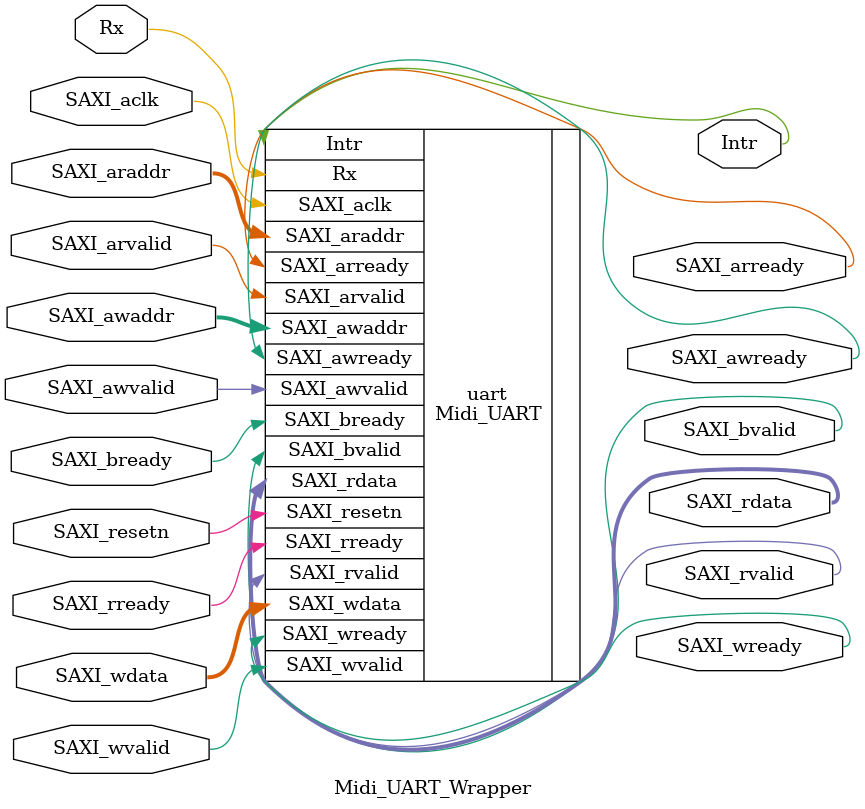
<source format=v>

module Midi_UART_Wrapper(

    //== UART ==
    input Rx,

    //== Misc ==
    output Intr,

    //== AXI Slave ==
    (* X_INTERFACE_PARAMETER = "XIL_INTERFACENAME SAXI_aclk, ASSOCIATED_RESET SAXI_resetn, ASSOCIATED_BUSIF SAXI_FifoInterface, FREQ_HZ 100000000, FREQ_TOLERANCE_HZ 0, PHASE 0.000, INSERT_VIP 0" *)
    (* X_INTERFACE_INFO = "xilinx.com:signal:clock:1.0 SAXI_aclk CLK" *)
    input SAXI_aclk, 
    (* X_INTERFACE_PARAMETER = "XIL_INTERFACENAME SAXI_resetn, POLARITY ACTIVE_LOW, INSERT_VIP 0" *)
    (* X_INTERFACE_INFO = "xilinx.com:signal:reset:1.0 SAXI_resetn RST" *)
    input SAXI_resetn,

    (* X_INTERFACE_PARAMETER = "XIL_INTERFACENAME SAXI_FifoInterface, DATA_WIDTH 32, PROTOCOL AXI4LITE, FREQ_HZ 100000000, ID_WIDTH 0, ADDR_WIDTH 32, AWUSER_WIDTH 0, ARUSER_WIDTH 0, WUSER_WIDTH 0, RUSER_WIDTH 0, BUSER_WIDTH 0, READ_WRITE_MODE READ_WRITE, HAS_BURST 0, HAS_LOCK 0, HAS_PROT 0, HAS_CACHE 0, HAS_QOS 0, HAS_REGION 0, HAS_WSTRB 0, HAS_BRESP 0, HAS_RRESP 0, SUPPORTS_NARROW_BURST 0, MAX_BURST_LENGTH 1, PHASE 0.000, CLK_DOMAIN system_processing_system7_0_0_FCLK_CLK0, NUM_READ_THREADS 1, NUM_WRITE_THREADS 1, RUSER_BITS_PER_BYTE 0, WUSER_BITS_PER_BYTE 0, INSERT_VIP 0" *)
    //Read Address Channel
    (* X_INTERFACE_INFO = "xilinx.com:interface:aximm:1.0 SAXI_FifoInterface ARREADY" *)
    output SAXI_arready,
    (* X_INTERFACE_INFO = "xilinx.com:interface:aximm:1.0 SAXI_FifoInterface ARVALID" *)
    input SAXI_arvalid,
    (* X_INTERFACE_INFO = "xilinx.com:interface:aximm:1.0 SAXI_FifoInterface ARADDR" *)
    input [31:0] SAXI_araddr,
    //Read Data Channel
    (* X_INTERFACE_INFO = "xilinx.com:interface:aximm:1.0 SAXI_FifoInterface RREADY" *)
    input SAXI_rready,
    (* X_INTERFACE_INFO = "xilinx.com:interface:aximm:1.0 SAXI_FifoInterface RVALID" *)
    output SAXI_rvalid,
    (* X_INTERFACE_INFO = "xilinx.com:interface:aximm:1.0 SAXI_FifoInterface RDATA" *)
    output [31:0] SAXI_rdata,
    //Write Address Channel
    (* X_INTERFACE_INFO = "xilinx.com:interface:aximm:1.0 SAXI_FifoInterface AWREADY" *)
    output SAXI_awready,
    (* X_INTERFACE_INFO = "xilinx.com:interface:aximm:1.0 SAXI_FifoInterface AWVALID" *)
    input SAXI_awvalid,
    (* X_INTERFACE_INFO = "xilinx.com:interface:aximm:1.0 SAXI_FifoInterface AWADDR" *)
    input [31:0] SAXI_awaddr,
    //Write Data Channel
    (* X_INTERFACE_INFO = "xilinx.com:interface:aximm:1.0 SAXI_FifoInterface WREADY" *)
    output SAXI_wready,
    (* X_INTERFACE_INFO = "xilinx.com:interface:aximm:1.0 SAXI_FifoInterface WVALID" *)
    input SAXI_wvalid,
    (* X_INTERFACE_INFO = "xilinx.com:interface:aximm:1.0 SAXI_FifoInterface WDATA" *)
    input [31:0] SAXI_wdata,
    //Write Response Channel
    (* X_INTERFACE_INFO = "xilinx.com:interface:aximm:1.0 SAXI_FifoInterface BREADY" *)
    input SAXI_bready,
    (* X_INTERFACE_INFO = "xilinx.com:interface:aximm:1.0 SAXI_FifoInterface BVALID" *)
    output SAXI_bvalid
);

    Midi_UART uart(

        //== UART ==
        .Rx(Rx),

        //== Misc ==
        .Intr(Intr),

        //== AXI Slave ==
        .SAXI_aclk(SAXI_aclk),
        .SAXI_resetn(SAXI_resetn),

        //Read Address Channel
        .SAXI_arready(SAXI_arready),
        .SAXI_arvalid(SAXI_arvalid),
        .SAXI_araddr(SAXI_araddr),
        //Read Data Channel
        .SAXI_rready(SAXI_rready),
        .SAXI_rvalid(SAXI_rvalid),
        .SAXI_rdata(SAXI_rdata),
        //Write Address Channel
        .SAXI_awready(SAXI_awready),
        .SAXI_awvalid(SAXI_awvalid),
        .SAXI_awaddr(SAXI_awaddr),
        //Write Data Channel
        .SAXI_wready(SAXI_wready),
        .SAXI_wvalid(SAXI_wvalid),
        .SAXI_wdata(SAXI_wdata),
        //Write Response Channel
        .SAXI_bready(SAXI_bready),
        .SAXI_bvalid(SAXI_bvalid)
    );

endmodule
</source>
